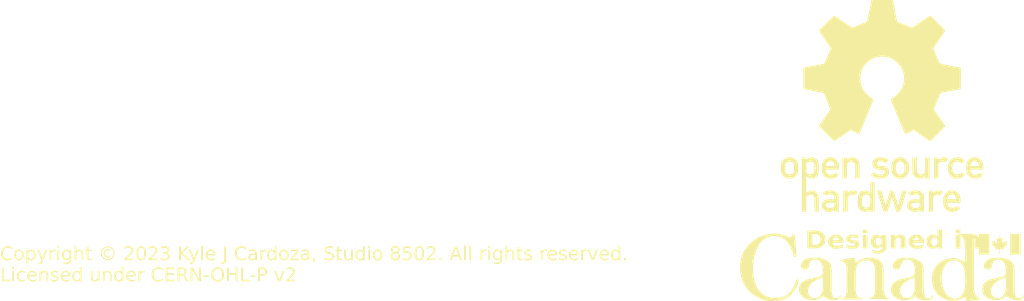
<source format=kicad_pcb>
(kicad_pcb (version 20221018) (generator pcbnew)
  (layers (0 "F.Cu" signal "F.Cu.Breakout") (1 "In1.Cu" power "In1.Cu.GND") (2 "In2.Cu" signal "In2.Cu.Vertical") (3 "In3.Cu" power "In3.Cu.VCC") (4 "In4.Cu" power "In4.Cu.GND") (31 "B.Cu" signal "B.Cu.Horizontal") (34 "B.Paste" user) (35 "F.Paste" user) (36 "B.SilkS" user "B.Silkscreen") (37 "F.SilkS" user "F.Silkscreen") (38 "B.Mask" user) (39 "F.Mask" user) (44 "Edge.Cuts" user))
  (net 0 "")
  (footprint "LOGO" (layer "F.Cu") (at 163.702574 181.710574)
    (fp_text reference "G***" hide)
    (fp_text value "LOGO" hide)
  )
  (footprint "LOGO" (layer "F.Cu") (at 163.635279 193.672026)
    (fp_text reference "G***" hide)
    (fp_text value "LOGO" hide)
  )
  (gr_text "Copyright © 2023 Kyle J Cardoza, Studio 8502. All rights reserved." (at 98.365178 193.308829) (layer "F.SilkS") (effects (font (size 1 1)) (justify left bottom)))
  (gr_text "Licensed under CERN-OHL-P v2" (at 98.365178 194.875507) (layer "F.SilkS") (effects (font (size 1 1)) (justify left bottom)))
  (gr_text "Designed in" (at 157.986779 192.488575) (layer "F.SilkS") (effects (font (size 1.3 1.4) (thickness 0.3) bold) (justify left bottom)))
)
</source>
